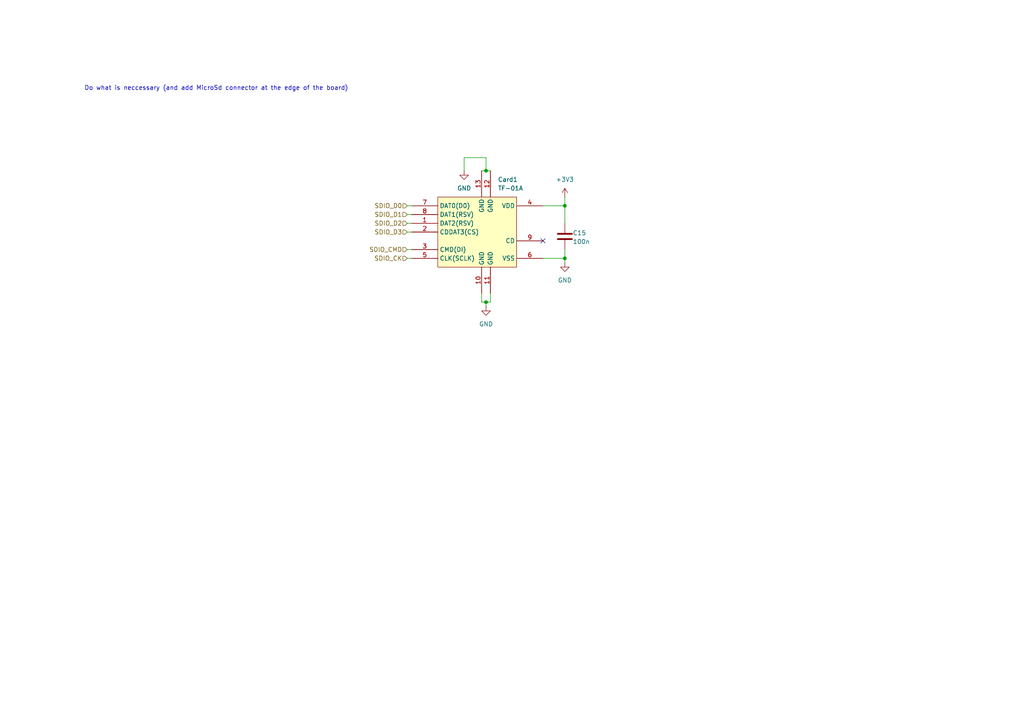
<source format=kicad_sch>
(kicad_sch (version 20250114) (generator "eeschema") (generator_version "9.0")
  (paper "A4")
  (lib_symbols
    (symbol "Device:C" (pin_numbers (hide yes)) (pin_names (offset 0.254))
      (property "Reference" "C" (at 0.635 2.54 0))
      (property "Value" "C" (at 0.635 -2.54 0))
      (symbol "C_0_1"
        (polyline (pts (xy -2.032 0.762) (xy 2.032 0.762)) (stroke (width 0.508)))
        (polyline (pts (xy -2.032 -0.762) (xy 2.032 -0.762)) (stroke (width 0.508)))
      )
      (symbol "C_1_1"
        (pin passive line (at 0 3.81 270) (length 2.794) (name "~") (number "1"))
        (pin passive line (at 0 -3.81 90) (length 2.794) (name "~") (number "2"))
      )
    )
    (symbol "EasyEDA:TF-01A"
      (property "Reference" "Card" (at 0 22.86 0))
      (property "Value" "TF-01A" (at 0 -22.86 0))
      (symbol "TF-01A_0_1"
        (rectangle (start -11.43 10.16) (end 11.43 -10.16) (fill (type background)))
        (pin bidirectional line (at -19.05 7.62 0) (length 7.62) (name "DAT0(D0)") (number "7"))
        (pin bidirectional line (at -19.05 5.08 0) (length 7.62) (name "DAT1(RSV)") (number "8"))
        (pin bidirectional line (at -19.05 2.54 0) (length 7.62) (name "DAT2(RSV)") (number "1"))
        (pin bidirectional line (at -19.05 0 0) (length 7.62) (name "CDDAT3(CS)") (number "2"))
        (pin input line (at -19.05 -5.08 0) (length 7.62) (name "CMD(DI)") (number "3"))
        (pin input line (at -19.05 -7.62 0) (length 7.62) (name "CLK(SCLK)") (number "5"))
        (pin input line (at 1.27 17.78 270) (length 7.62) (name "GND") (number "13"))
        (pin input line (at 1.27 -17.78 90) (length 7.62) (name "GND") (number "10"))
        (pin input line (at 3.81 17.78 270) (length 7.62) (name "GND") (number "12"))
        (pin input line (at 3.81 -17.78 90) (length 7.62) (name "GND") (number "11"))
        (pin input line (at 19.05 7.62 180) (length 7.62) (name "VDD") (number "4"))
        (pin input line (at 19.05 -2.54 180) (length 7.62) (name "CD") (number "9"))
        (pin input line (at 19.05 -7.62 180) (length 7.62) (name "VSS") (number "6"))
      )
    )
    (symbol "power:+3V3" (power) (pin_numbers (hide yes)) (pin_names (offset 0) (hide yes))
      (property "Value" "+3V3" (at 0 3.556 0))
      (symbol "+3V3_0_1"
        (polyline (pts (xy -0.762 1.27) (xy 0 2.54)))
        (polyline (pts (xy 0 2.54) (xy 0.762 1.27)))
        (polyline (pts (xy 0 0) (xy 0 2.54)))
      )
      (symbol "+3V3_1_1"
        (pin power_in line (at 0 0 90) (length 0) (name "~") (number "1"))
      )
    )
    (symbol "power:GND" (power) (pin_numbers (hide yes)) (pin_names (offset 0) (hide yes))
      (property "Value" "GND" (at 0 -3.81 0))
      (symbol "GND_0_1"
        (polyline (pts (xy 0 0) (xy 0 -1.27) (xy 1.27 -1.27) (xy 0 -2.54) (xy -1.27 -1.27) (xy 0 -1.27)))
      )
      (symbol "GND_1_1"
        (pin power_in line (at 0 0 270) (length 0) (name "~") (number "1"))
      )
    )
  )
  (text "Do what is neccessary (and add MicroSd connector at the edge of the board)" (at 62.738 25.654 0) (effects (font (size 1.27 1.27))))
  (junction (at 163.83 59.69))
  (junction (at 140.97 49.53))
  (junction (at 163.83 74.93))
  (junction (at 140.97 87.63))
  (no_connect (at 157.48 69.85))
  (wire (pts (xy 134.62 45.72) (xy 140.97 45.72)))
  (wire (pts (xy 118.11 72.39) (xy 119.38 72.39)))
  (wire (pts (xy 118.11 74.93) (xy 119.38 74.93)))
  (wire (pts (xy 163.83 72.39) (xy 163.83 74.93)))
  (wire (pts (xy 119.38 64.77) (xy 118.11 64.77)))
  (wire (pts (xy 119.38 59.69) (xy 118.11 59.69)))
  (wire (pts (xy 119.38 62.23) (xy 118.11 62.23)))
  (wire (pts (xy 142.24 85.09) (xy 142.24 87.63)))
  (wire (pts (xy 140.97 49.53) (xy 139.7 49.53)))
  (wire (pts (xy 139.7 87.63) (xy 140.97 87.63)))
  (wire (pts (xy 163.83 59.69) (xy 163.83 64.77)))
  (wire (pts (xy 163.83 59.69) (xy 157.48 59.69)))
  (wire (pts (xy 140.97 45.72) (xy 140.97 49.53)))
  (wire (pts (xy 140.97 87.63) (xy 140.97 88.9)))
  (wire (pts (xy 134.62 45.72) (xy 134.62 49.53)))
  (wire (pts (xy 119.38 67.31) (xy 118.11 67.31)))
  (wire (pts (xy 163.83 74.93) (xy 163.83 76.2)))
  (wire (pts (xy 140.97 49.53) (xy 142.24 49.53)))
  (wire (pts (xy 163.83 57.15) (xy 163.83 59.69)))
  (wire (pts (xy 139.7 85.09) (xy 139.7 87.63)))
  (wire (pts (xy 163.83 74.93) (xy 157.48 74.93)))
  (wire (pts (xy 142.24 87.63) (xy 140.97 87.63)))
  (hierarchical_label "SDIO_D2" (shape input) (at 118.11 64.77 180))
  (hierarchical_label "SDIO_CK" (shape input) (at 118.11 74.93 180))
  (hierarchical_label "SDIO_D1" (shape input) (at 118.11 62.23 180))
  (hierarchical_label "SDIO_D3" (shape input) (at 118.11 67.31 180))
  (hierarchical_label "SDIO_CMD" (shape input) (at 118.11 72.39 180))
  (hierarchical_label "SDIO_D0" (shape input) (at 118.11 59.69 180))
  (symbol (lib_id "power:GND") (at 134.62 49.53 0) (mirror y) (unit 1)
    (property "Reference" "#PWR032" (effects (hide yes)))
    (property "Value" "GND" (at 134.62 54.61 0))
    (property "Description" "Power symbol creates a global label with name \"GND\" , ground" (effects (hide yes)))
  )
  (symbol (lib_id "Device:C") (at 163.83 68.58 0) (unit 1)
    (property "Reference" "C15" (at 166.116 67.564 0) (effects (justify left)))
    (property "Value" "100n" (at 166.116 70.104 0) (effects (justify left)))
    (property "Footprint" "Capacitor_SMD:C_0805_2012Metric" (effects (hide yes)))
    (property "Description" "Unpolarized capacitor" (effects (hide yes)))
  )
  (symbol (lib_id "power:GND") (at 163.83 76.2 0) (mirror y) (unit 1)
    (property "Reference" "#PWR063" (effects (hide yes)))
    (property "Value" "GND" (at 163.83 81.28 0))
    (property "Description" "Power symbol creates a global label with name \"GND\" , ground" (effects (hide yes)))
  )
  (symbol (lib_id "EasyEDA:TF-01A") (at 138.43 67.31 0) (unit 1)
    (property "Reference" "Card1" (at 144.3833 52.07 0) (effects (justify left)))
    (property "Value" "TF-01A" (at 144.3833 54.61 0) (effects (justify left)))
    (property "Footprint" "EasyEDA:TF-SMD_TF-01A" (effects (hide yes)))
    (property "Datasheet" "https://lcsc.com/product-detail/Card-Sockets_TF-01A_C91145.html" (effects (hide yes)))
    (property "LCSC Part" "C91145" (effects (hide yes)))
  )
  (symbol (lib_id "power:GND") (at 140.97 88.9 0) (mirror y) (unit 1)
    (property "Reference" "#PWR040" (effects (hide yes)))
    (property "Value" "GND" (at 140.97 93.98 0))
    (property "Description" "Power symbol creates a global label with name \"GND\" , ground" (effects (hide yes)))
  )
  (symbol (lib_id "power:+3V3") (at 163.83 57.15 0) (mirror y) (unit 1)
    (property "Reference" "#PWR062" (effects (hide yes)))
    (property "Value" "+3V3" (at 163.83 52.07 0))
    (property "Description" "Power symbol creates a global label with name \"+3V3\"" (effects (hide yes)))
  )
)
</source>
